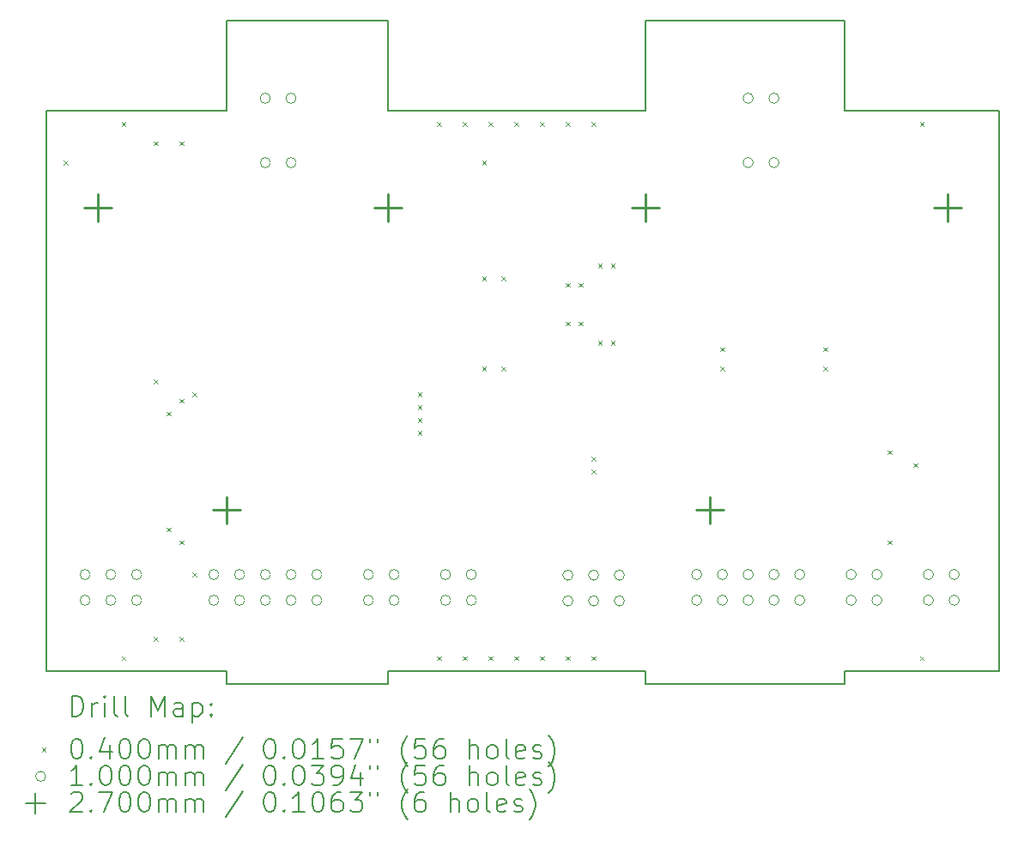
<source format=gbr>
%FSLAX45Y45*%
G04 Gerber Fmt 4.5, Leading zero omitted, Abs format (unit mm)*
G04 Created by KiCad (PCBNEW 6.0.4+dfsg-1+b1) date 2022-04-23 23:39:42*
%MOMM*%
%LPD*%
G01*
G04 APERTURE LIST*
%TA.AperFunction,Profile*%
%ADD10C,0.150000*%
%TD*%
%ADD11C,0.200000*%
%ADD12C,0.040000*%
%ADD13C,0.100000*%
%ADD14C,0.270000*%
G04 APERTURE END LIST*
D10*
X9207500Y-2413000D02*
X11176000Y-2413000D01*
X12700000Y-8826500D02*
X11176000Y-8826500D01*
X11176000Y-8953500D02*
X9207500Y-8953500D01*
X5080000Y-8826500D02*
X3302000Y-8826500D01*
X9207500Y-8826500D02*
X6667500Y-8826500D01*
X6667500Y-8826500D02*
X6667500Y-8953500D01*
X5080000Y-3302000D02*
X5080000Y-2413000D01*
X3302000Y-8826500D02*
X3302000Y-3302000D01*
X3302000Y-3302000D02*
X5080000Y-3302000D01*
X11176000Y-2413000D02*
X11176000Y-3302000D01*
X6667500Y-2413000D02*
X6667500Y-3302000D01*
X9207500Y-3302000D02*
X9207500Y-2413000D01*
X12700000Y-3302000D02*
X12700000Y-8826500D01*
X9207500Y-8953500D02*
X9207500Y-8826500D01*
X5080000Y-8953500D02*
X5080000Y-8826500D01*
X5080000Y-2413000D02*
X6667500Y-2413000D01*
X11176000Y-3302000D02*
X12700000Y-3302000D01*
X6667500Y-3302000D02*
X9207500Y-3302000D01*
X6667500Y-8953500D02*
X5080000Y-8953500D01*
X11176000Y-8826500D02*
X11176000Y-8953500D01*
D11*
D12*
X3472500Y-3790000D02*
X3512500Y-3830000D01*
X3512500Y-3790000D02*
X3472500Y-3830000D01*
X4044000Y-3409000D02*
X4084000Y-3449000D01*
X4084000Y-3409000D02*
X4044000Y-3449000D01*
X4044000Y-8679500D02*
X4084000Y-8719500D01*
X4084000Y-8679500D02*
X4044000Y-8719500D01*
X4361500Y-3599500D02*
X4401500Y-3639500D01*
X4401500Y-3599500D02*
X4361500Y-3639500D01*
X4361500Y-5949000D02*
X4401500Y-5989000D01*
X4401500Y-5949000D02*
X4361500Y-5989000D01*
X4361500Y-8489000D02*
X4401500Y-8529000D01*
X4401500Y-8489000D02*
X4361500Y-8529000D01*
X4488500Y-6266500D02*
X4528500Y-6306500D01*
X4528500Y-6266500D02*
X4488500Y-6306500D01*
X4488500Y-7409500D02*
X4528500Y-7449500D01*
X4528500Y-7409500D02*
X4488500Y-7449500D01*
X4615500Y-3599500D02*
X4655500Y-3639500D01*
X4655500Y-3599500D02*
X4615500Y-3639500D01*
X4615500Y-6139500D02*
X4655500Y-6179500D01*
X4655500Y-6139500D02*
X4615500Y-6179500D01*
X4615500Y-7536500D02*
X4655500Y-7576500D01*
X4655500Y-7536500D02*
X4615500Y-7576500D01*
X4615500Y-8489000D02*
X4655500Y-8529000D01*
X4655500Y-8489000D02*
X4615500Y-8529000D01*
X4742500Y-6076000D02*
X4782500Y-6116000D01*
X4782500Y-6076000D02*
X4742500Y-6116000D01*
X4742500Y-7854000D02*
X4782500Y-7894000D01*
X4782500Y-7854000D02*
X4742500Y-7894000D01*
X6965000Y-6076000D02*
X7005000Y-6116000D01*
X7005000Y-6076000D02*
X6965000Y-6116000D01*
X6965000Y-6203000D02*
X7005000Y-6243000D01*
X7005000Y-6203000D02*
X6965000Y-6243000D01*
X6965000Y-6330000D02*
X7005000Y-6370000D01*
X7005000Y-6330000D02*
X6965000Y-6370000D01*
X6965000Y-6457000D02*
X7005000Y-6497000D01*
X7005000Y-6457000D02*
X6965000Y-6497000D01*
X7155500Y-3409000D02*
X7195500Y-3449000D01*
X7195500Y-3409000D02*
X7155500Y-3449000D01*
X7155500Y-8679500D02*
X7195500Y-8719500D01*
X7195500Y-8679500D02*
X7155500Y-8719500D01*
X7409500Y-3409000D02*
X7449500Y-3449000D01*
X7449500Y-3409000D02*
X7409500Y-3449000D01*
X7409500Y-8679500D02*
X7449500Y-8719500D01*
X7449500Y-8679500D02*
X7409500Y-8719500D01*
X7600000Y-3790000D02*
X7640000Y-3830000D01*
X7640000Y-3790000D02*
X7600000Y-3830000D01*
X7600000Y-4933000D02*
X7640000Y-4973000D01*
X7640000Y-4933000D02*
X7600000Y-4973000D01*
X7600000Y-5822000D02*
X7640000Y-5862000D01*
X7640000Y-5822000D02*
X7600000Y-5862000D01*
X7663500Y-3409000D02*
X7703500Y-3449000D01*
X7703500Y-3409000D02*
X7663500Y-3449000D01*
X7663500Y-8679500D02*
X7703500Y-8719500D01*
X7703500Y-8679500D02*
X7663500Y-8719500D01*
X7790500Y-4933000D02*
X7830500Y-4973000D01*
X7830500Y-4933000D02*
X7790500Y-4973000D01*
X7790500Y-5822000D02*
X7830500Y-5862000D01*
X7830500Y-5822000D02*
X7790500Y-5862000D01*
X7917500Y-3409000D02*
X7957500Y-3449000D01*
X7957500Y-3409000D02*
X7917500Y-3449000D01*
X7917500Y-8679500D02*
X7957500Y-8719500D01*
X7957500Y-8679500D02*
X7917500Y-8719500D01*
X8171500Y-3409000D02*
X8211500Y-3449000D01*
X8211500Y-3409000D02*
X8171500Y-3449000D01*
X8171500Y-8679500D02*
X8211500Y-8719500D01*
X8211500Y-8679500D02*
X8171500Y-8719500D01*
X8425500Y-3409000D02*
X8465500Y-3449000D01*
X8465500Y-3409000D02*
X8425500Y-3449000D01*
X8425500Y-4996500D02*
X8465500Y-5036500D01*
X8465500Y-4996500D02*
X8425500Y-5036500D01*
X8425500Y-5377500D02*
X8465500Y-5417500D01*
X8465500Y-5377500D02*
X8425500Y-5417500D01*
X8425500Y-8679500D02*
X8465500Y-8719500D01*
X8465500Y-8679500D02*
X8425500Y-8719500D01*
X8552500Y-4996500D02*
X8592500Y-5036500D01*
X8592500Y-4996500D02*
X8552500Y-5036500D01*
X8552500Y-5377500D02*
X8592500Y-5417500D01*
X8592500Y-5377500D02*
X8552500Y-5417500D01*
X8679500Y-3409000D02*
X8719500Y-3449000D01*
X8719500Y-3409000D02*
X8679500Y-3449000D01*
X8679500Y-6711000D02*
X8719500Y-6751000D01*
X8719500Y-6711000D02*
X8679500Y-6751000D01*
X8679500Y-6838000D02*
X8719500Y-6878000D01*
X8719500Y-6838000D02*
X8679500Y-6878000D01*
X8679500Y-8679500D02*
X8719500Y-8719500D01*
X8719500Y-8679500D02*
X8679500Y-8719500D01*
X8743000Y-4806000D02*
X8783000Y-4846000D01*
X8783000Y-4806000D02*
X8743000Y-4846000D01*
X8743000Y-5568000D02*
X8783000Y-5608000D01*
X8783000Y-5568000D02*
X8743000Y-5608000D01*
X8870000Y-4806000D02*
X8910000Y-4846000D01*
X8910000Y-4806000D02*
X8870000Y-4846000D01*
X8870000Y-5568000D02*
X8910000Y-5608000D01*
X8910000Y-5568000D02*
X8870000Y-5608000D01*
X9949500Y-5631500D02*
X9989500Y-5671500D01*
X9989500Y-5631500D02*
X9949500Y-5671500D01*
X9949500Y-5822000D02*
X9989500Y-5862000D01*
X9989500Y-5822000D02*
X9949500Y-5862000D01*
X10965500Y-5631500D02*
X11005500Y-5671500D01*
X11005500Y-5631500D02*
X10965500Y-5671500D01*
X10965500Y-5822000D02*
X11005500Y-5862000D01*
X11005500Y-5822000D02*
X10965500Y-5862000D01*
X11600500Y-6647500D02*
X11640500Y-6687500D01*
X11640500Y-6647500D02*
X11600500Y-6687500D01*
X11600500Y-7536500D02*
X11640500Y-7576500D01*
X11640500Y-7536500D02*
X11600500Y-7576500D01*
X11854500Y-6774500D02*
X11894500Y-6814500D01*
X11894500Y-6774500D02*
X11854500Y-6814500D01*
X11918000Y-3409000D02*
X11958000Y-3449000D01*
X11958000Y-3409000D02*
X11918000Y-3449000D01*
X11918000Y-8679500D02*
X11958000Y-8719500D01*
X11958000Y-8679500D02*
X11918000Y-8719500D01*
D13*
X3733000Y-7874000D02*
G75*
G03*
X3733000Y-7874000I-50000J0D01*
G01*
X3733000Y-8128000D02*
G75*
G03*
X3733000Y-8128000I-50000J0D01*
G01*
X3987000Y-7874000D02*
G75*
G03*
X3987000Y-7874000I-50000J0D01*
G01*
X3987000Y-8128000D02*
G75*
G03*
X3987000Y-8128000I-50000J0D01*
G01*
X4241000Y-7874000D02*
G75*
G03*
X4241000Y-7874000I-50000J0D01*
G01*
X4241000Y-8128000D02*
G75*
G03*
X4241000Y-8128000I-50000J0D01*
G01*
X5003000Y-7874000D02*
G75*
G03*
X5003000Y-7874000I-50000J0D01*
G01*
X5003000Y-8128000D02*
G75*
G03*
X5003000Y-8128000I-50000J0D01*
G01*
X5257000Y-7874000D02*
G75*
G03*
X5257000Y-7874000I-50000J0D01*
G01*
X5257000Y-8128000D02*
G75*
G03*
X5257000Y-8128000I-50000J0D01*
G01*
X5510500Y-3175000D02*
G75*
G03*
X5510500Y-3175000I-50000J0D01*
G01*
X5511000Y-3810000D02*
G75*
G03*
X5511000Y-3810000I-50000J0D01*
G01*
X5511000Y-7874000D02*
G75*
G03*
X5511000Y-7874000I-50000J0D01*
G01*
X5511000Y-8128000D02*
G75*
G03*
X5511000Y-8128000I-50000J0D01*
G01*
X5764500Y-3175000D02*
G75*
G03*
X5764500Y-3175000I-50000J0D01*
G01*
X5765000Y-3810000D02*
G75*
G03*
X5765000Y-3810000I-50000J0D01*
G01*
X5765000Y-7874000D02*
G75*
G03*
X5765000Y-7874000I-50000J0D01*
G01*
X5765000Y-8128000D02*
G75*
G03*
X5765000Y-8128000I-50000J0D01*
G01*
X6019000Y-7874000D02*
G75*
G03*
X6019000Y-7874000I-50000J0D01*
G01*
X6019000Y-8128000D02*
G75*
G03*
X6019000Y-8128000I-50000J0D01*
G01*
X6527000Y-7874000D02*
G75*
G03*
X6527000Y-7874000I-50000J0D01*
G01*
X6527000Y-8128000D02*
G75*
G03*
X6527000Y-8128000I-50000J0D01*
G01*
X6781000Y-7874000D02*
G75*
G03*
X6781000Y-7874000I-50000J0D01*
G01*
X6781000Y-8128000D02*
G75*
G03*
X6781000Y-8128000I-50000J0D01*
G01*
X7288500Y-7874000D02*
G75*
G03*
X7288500Y-7874000I-50000J0D01*
G01*
X7289000Y-8128000D02*
G75*
G03*
X7289000Y-8128000I-50000J0D01*
G01*
X7542500Y-7874000D02*
G75*
G03*
X7542500Y-7874000I-50000J0D01*
G01*
X7543000Y-8128000D02*
G75*
G03*
X7543000Y-8128000I-50000J0D01*
G01*
X8495500Y-7880000D02*
G75*
G03*
X8495500Y-7880000I-50000J0D01*
G01*
X8495500Y-8134000D02*
G75*
G03*
X8495500Y-8134000I-50000J0D01*
G01*
X8749500Y-7880000D02*
G75*
G03*
X8749500Y-7880000I-50000J0D01*
G01*
X8749500Y-8134000D02*
G75*
G03*
X8749500Y-8134000I-50000J0D01*
G01*
X9003500Y-7880000D02*
G75*
G03*
X9003500Y-7880000I-50000J0D01*
G01*
X9003500Y-8134000D02*
G75*
G03*
X9003500Y-8134000I-50000J0D01*
G01*
X9765500Y-7874000D02*
G75*
G03*
X9765500Y-7874000I-50000J0D01*
G01*
X9765500Y-8128000D02*
G75*
G03*
X9765500Y-8128000I-50000J0D01*
G01*
X10019500Y-7874000D02*
G75*
G03*
X10019500Y-7874000I-50000J0D01*
G01*
X10019500Y-8128000D02*
G75*
G03*
X10019500Y-8128000I-50000J0D01*
G01*
X10273000Y-3810000D02*
G75*
G03*
X10273000Y-3810000I-50000J0D01*
G01*
X10273500Y-3175000D02*
G75*
G03*
X10273500Y-3175000I-50000J0D01*
G01*
X10273500Y-7874000D02*
G75*
G03*
X10273500Y-7874000I-50000J0D01*
G01*
X10273500Y-8128000D02*
G75*
G03*
X10273500Y-8128000I-50000J0D01*
G01*
X10527000Y-3810000D02*
G75*
G03*
X10527000Y-3810000I-50000J0D01*
G01*
X10527500Y-3175000D02*
G75*
G03*
X10527500Y-3175000I-50000J0D01*
G01*
X10527500Y-7874000D02*
G75*
G03*
X10527500Y-7874000I-50000J0D01*
G01*
X10527500Y-8128000D02*
G75*
G03*
X10527500Y-8128000I-50000J0D01*
G01*
X10781500Y-7874000D02*
G75*
G03*
X10781500Y-7874000I-50000J0D01*
G01*
X10781500Y-8128000D02*
G75*
G03*
X10781500Y-8128000I-50000J0D01*
G01*
X11289000Y-7874000D02*
G75*
G03*
X11289000Y-7874000I-50000J0D01*
G01*
X11289000Y-8128000D02*
G75*
G03*
X11289000Y-8128000I-50000J0D01*
G01*
X11543000Y-7874000D02*
G75*
G03*
X11543000Y-7874000I-50000J0D01*
G01*
X11543000Y-8128000D02*
G75*
G03*
X11543000Y-8128000I-50000J0D01*
G01*
X12051000Y-7874000D02*
G75*
G03*
X12051000Y-7874000I-50000J0D01*
G01*
X12051000Y-8128000D02*
G75*
G03*
X12051000Y-8128000I-50000J0D01*
G01*
X12305000Y-7874000D02*
G75*
G03*
X12305000Y-7874000I-50000J0D01*
G01*
X12305000Y-8128000D02*
G75*
G03*
X12305000Y-8128000I-50000J0D01*
G01*
D14*
X3810000Y-4119500D02*
X3810000Y-4389500D01*
X3675000Y-4254500D02*
X3945000Y-4254500D01*
X5080000Y-7104000D02*
X5080000Y-7374000D01*
X4945000Y-7239000D02*
X5215000Y-7239000D01*
X6667500Y-4119500D02*
X6667500Y-4389500D01*
X6532500Y-4254500D02*
X6802500Y-4254500D01*
X9207500Y-4119500D02*
X9207500Y-4389500D01*
X9072500Y-4254500D02*
X9342500Y-4254500D01*
X9842500Y-7104000D02*
X9842500Y-7374000D01*
X9707500Y-7239000D02*
X9977500Y-7239000D01*
X12192000Y-4119500D02*
X12192000Y-4389500D01*
X12057000Y-4254500D02*
X12327000Y-4254500D01*
D11*
X3552119Y-9271476D02*
X3552119Y-9071476D01*
X3599738Y-9071476D01*
X3628309Y-9081000D01*
X3647357Y-9100048D01*
X3656881Y-9119095D01*
X3666405Y-9157190D01*
X3666405Y-9185762D01*
X3656881Y-9223857D01*
X3647357Y-9242905D01*
X3628309Y-9261952D01*
X3599738Y-9271476D01*
X3552119Y-9271476D01*
X3752119Y-9271476D02*
X3752119Y-9138143D01*
X3752119Y-9176238D02*
X3761643Y-9157190D01*
X3771167Y-9147667D01*
X3790214Y-9138143D01*
X3809262Y-9138143D01*
X3875928Y-9271476D02*
X3875928Y-9138143D01*
X3875928Y-9071476D02*
X3866405Y-9081000D01*
X3875928Y-9090524D01*
X3885452Y-9081000D01*
X3875928Y-9071476D01*
X3875928Y-9090524D01*
X3999738Y-9271476D02*
X3980690Y-9261952D01*
X3971167Y-9242905D01*
X3971167Y-9071476D01*
X4104500Y-9271476D02*
X4085452Y-9261952D01*
X4075928Y-9242905D01*
X4075928Y-9071476D01*
X4333071Y-9271476D02*
X4333071Y-9071476D01*
X4399738Y-9214333D01*
X4466405Y-9071476D01*
X4466405Y-9271476D01*
X4647357Y-9271476D02*
X4647357Y-9166714D01*
X4637833Y-9147667D01*
X4618786Y-9138143D01*
X4580690Y-9138143D01*
X4561643Y-9147667D01*
X4647357Y-9261952D02*
X4628310Y-9271476D01*
X4580690Y-9271476D01*
X4561643Y-9261952D01*
X4552119Y-9242905D01*
X4552119Y-9223857D01*
X4561643Y-9204810D01*
X4580690Y-9195286D01*
X4628310Y-9195286D01*
X4647357Y-9185762D01*
X4742595Y-9138143D02*
X4742595Y-9338143D01*
X4742595Y-9147667D02*
X4761643Y-9138143D01*
X4799738Y-9138143D01*
X4818786Y-9147667D01*
X4828310Y-9157190D01*
X4837833Y-9176238D01*
X4837833Y-9233381D01*
X4828310Y-9252429D01*
X4818786Y-9261952D01*
X4799738Y-9271476D01*
X4761643Y-9271476D01*
X4742595Y-9261952D01*
X4923548Y-9252429D02*
X4933071Y-9261952D01*
X4923548Y-9271476D01*
X4914024Y-9261952D01*
X4923548Y-9252429D01*
X4923548Y-9271476D01*
X4923548Y-9147667D02*
X4933071Y-9157190D01*
X4923548Y-9166714D01*
X4914024Y-9157190D01*
X4923548Y-9147667D01*
X4923548Y-9166714D01*
D12*
X3254500Y-9581000D02*
X3294500Y-9621000D01*
X3294500Y-9581000D02*
X3254500Y-9621000D01*
D11*
X3590214Y-9491476D02*
X3609262Y-9491476D01*
X3628309Y-9501000D01*
X3637833Y-9510524D01*
X3647357Y-9529571D01*
X3656881Y-9567667D01*
X3656881Y-9615286D01*
X3647357Y-9653381D01*
X3637833Y-9672429D01*
X3628309Y-9681952D01*
X3609262Y-9691476D01*
X3590214Y-9691476D01*
X3571167Y-9681952D01*
X3561643Y-9672429D01*
X3552119Y-9653381D01*
X3542595Y-9615286D01*
X3542595Y-9567667D01*
X3552119Y-9529571D01*
X3561643Y-9510524D01*
X3571167Y-9501000D01*
X3590214Y-9491476D01*
X3742595Y-9672429D02*
X3752119Y-9681952D01*
X3742595Y-9691476D01*
X3733071Y-9681952D01*
X3742595Y-9672429D01*
X3742595Y-9691476D01*
X3923548Y-9558143D02*
X3923548Y-9691476D01*
X3875928Y-9481952D02*
X3828309Y-9624810D01*
X3952119Y-9624810D01*
X4066405Y-9491476D02*
X4085452Y-9491476D01*
X4104500Y-9501000D01*
X4114024Y-9510524D01*
X4123548Y-9529571D01*
X4133071Y-9567667D01*
X4133071Y-9615286D01*
X4123548Y-9653381D01*
X4114024Y-9672429D01*
X4104500Y-9681952D01*
X4085452Y-9691476D01*
X4066405Y-9691476D01*
X4047357Y-9681952D01*
X4037833Y-9672429D01*
X4028309Y-9653381D01*
X4018786Y-9615286D01*
X4018786Y-9567667D01*
X4028309Y-9529571D01*
X4037833Y-9510524D01*
X4047357Y-9501000D01*
X4066405Y-9491476D01*
X4256881Y-9491476D02*
X4275929Y-9491476D01*
X4294976Y-9501000D01*
X4304500Y-9510524D01*
X4314024Y-9529571D01*
X4323548Y-9567667D01*
X4323548Y-9615286D01*
X4314024Y-9653381D01*
X4304500Y-9672429D01*
X4294976Y-9681952D01*
X4275929Y-9691476D01*
X4256881Y-9691476D01*
X4237833Y-9681952D01*
X4228310Y-9672429D01*
X4218786Y-9653381D01*
X4209262Y-9615286D01*
X4209262Y-9567667D01*
X4218786Y-9529571D01*
X4228310Y-9510524D01*
X4237833Y-9501000D01*
X4256881Y-9491476D01*
X4409262Y-9691476D02*
X4409262Y-9558143D01*
X4409262Y-9577190D02*
X4418786Y-9567667D01*
X4437833Y-9558143D01*
X4466405Y-9558143D01*
X4485452Y-9567667D01*
X4494976Y-9586714D01*
X4494976Y-9691476D01*
X4494976Y-9586714D02*
X4504500Y-9567667D01*
X4523548Y-9558143D01*
X4552119Y-9558143D01*
X4571167Y-9567667D01*
X4580690Y-9586714D01*
X4580690Y-9691476D01*
X4675929Y-9691476D02*
X4675929Y-9558143D01*
X4675929Y-9577190D02*
X4685452Y-9567667D01*
X4704500Y-9558143D01*
X4733071Y-9558143D01*
X4752119Y-9567667D01*
X4761643Y-9586714D01*
X4761643Y-9691476D01*
X4761643Y-9586714D02*
X4771167Y-9567667D01*
X4790214Y-9558143D01*
X4818786Y-9558143D01*
X4837833Y-9567667D01*
X4847357Y-9586714D01*
X4847357Y-9691476D01*
X5237833Y-9481952D02*
X5066405Y-9739095D01*
X5494976Y-9491476D02*
X5514024Y-9491476D01*
X5533071Y-9501000D01*
X5542595Y-9510524D01*
X5552119Y-9529571D01*
X5561643Y-9567667D01*
X5561643Y-9615286D01*
X5552119Y-9653381D01*
X5542595Y-9672429D01*
X5533071Y-9681952D01*
X5514024Y-9691476D01*
X5494976Y-9691476D01*
X5475929Y-9681952D01*
X5466405Y-9672429D01*
X5456881Y-9653381D01*
X5447357Y-9615286D01*
X5447357Y-9567667D01*
X5456881Y-9529571D01*
X5466405Y-9510524D01*
X5475929Y-9501000D01*
X5494976Y-9491476D01*
X5647357Y-9672429D02*
X5656881Y-9681952D01*
X5647357Y-9691476D01*
X5637833Y-9681952D01*
X5647357Y-9672429D01*
X5647357Y-9691476D01*
X5780690Y-9491476D02*
X5799738Y-9491476D01*
X5818786Y-9501000D01*
X5828309Y-9510524D01*
X5837833Y-9529571D01*
X5847357Y-9567667D01*
X5847357Y-9615286D01*
X5837833Y-9653381D01*
X5828309Y-9672429D01*
X5818786Y-9681952D01*
X5799738Y-9691476D01*
X5780690Y-9691476D01*
X5761643Y-9681952D01*
X5752119Y-9672429D01*
X5742595Y-9653381D01*
X5733071Y-9615286D01*
X5733071Y-9567667D01*
X5742595Y-9529571D01*
X5752119Y-9510524D01*
X5761643Y-9501000D01*
X5780690Y-9491476D01*
X6037833Y-9691476D02*
X5923548Y-9691476D01*
X5980690Y-9691476D02*
X5980690Y-9491476D01*
X5961643Y-9520048D01*
X5942595Y-9539095D01*
X5923548Y-9548619D01*
X6218786Y-9491476D02*
X6123548Y-9491476D01*
X6114024Y-9586714D01*
X6123548Y-9577190D01*
X6142595Y-9567667D01*
X6190214Y-9567667D01*
X6209262Y-9577190D01*
X6218786Y-9586714D01*
X6228309Y-9605762D01*
X6228309Y-9653381D01*
X6218786Y-9672429D01*
X6209262Y-9681952D01*
X6190214Y-9691476D01*
X6142595Y-9691476D01*
X6123548Y-9681952D01*
X6114024Y-9672429D01*
X6294976Y-9491476D02*
X6428309Y-9491476D01*
X6342595Y-9691476D01*
X6494976Y-9491476D02*
X6494976Y-9529571D01*
X6571167Y-9491476D02*
X6571167Y-9529571D01*
X6866405Y-9767667D02*
X6856881Y-9758143D01*
X6837833Y-9729571D01*
X6828309Y-9710524D01*
X6818786Y-9681952D01*
X6809262Y-9634333D01*
X6809262Y-9596238D01*
X6818786Y-9548619D01*
X6828309Y-9520048D01*
X6837833Y-9501000D01*
X6856881Y-9472429D01*
X6866405Y-9462905D01*
X7037833Y-9491476D02*
X6942595Y-9491476D01*
X6933071Y-9586714D01*
X6942595Y-9577190D01*
X6961643Y-9567667D01*
X7009262Y-9567667D01*
X7028309Y-9577190D01*
X7037833Y-9586714D01*
X7047357Y-9605762D01*
X7047357Y-9653381D01*
X7037833Y-9672429D01*
X7028309Y-9681952D01*
X7009262Y-9691476D01*
X6961643Y-9691476D01*
X6942595Y-9681952D01*
X6933071Y-9672429D01*
X7218786Y-9491476D02*
X7180690Y-9491476D01*
X7161643Y-9501000D01*
X7152119Y-9510524D01*
X7133071Y-9539095D01*
X7123548Y-9577190D01*
X7123548Y-9653381D01*
X7133071Y-9672429D01*
X7142595Y-9681952D01*
X7161643Y-9691476D01*
X7199738Y-9691476D01*
X7218786Y-9681952D01*
X7228309Y-9672429D01*
X7237833Y-9653381D01*
X7237833Y-9605762D01*
X7228309Y-9586714D01*
X7218786Y-9577190D01*
X7199738Y-9567667D01*
X7161643Y-9567667D01*
X7142595Y-9577190D01*
X7133071Y-9586714D01*
X7123548Y-9605762D01*
X7475928Y-9691476D02*
X7475928Y-9491476D01*
X7561643Y-9691476D02*
X7561643Y-9586714D01*
X7552119Y-9567667D01*
X7533071Y-9558143D01*
X7504500Y-9558143D01*
X7485452Y-9567667D01*
X7475928Y-9577190D01*
X7685452Y-9691476D02*
X7666405Y-9681952D01*
X7656881Y-9672429D01*
X7647357Y-9653381D01*
X7647357Y-9596238D01*
X7656881Y-9577190D01*
X7666405Y-9567667D01*
X7685452Y-9558143D01*
X7714024Y-9558143D01*
X7733071Y-9567667D01*
X7742595Y-9577190D01*
X7752119Y-9596238D01*
X7752119Y-9653381D01*
X7742595Y-9672429D01*
X7733071Y-9681952D01*
X7714024Y-9691476D01*
X7685452Y-9691476D01*
X7866405Y-9691476D02*
X7847357Y-9681952D01*
X7837833Y-9662905D01*
X7837833Y-9491476D01*
X8018786Y-9681952D02*
X7999738Y-9691476D01*
X7961643Y-9691476D01*
X7942595Y-9681952D01*
X7933071Y-9662905D01*
X7933071Y-9586714D01*
X7942595Y-9567667D01*
X7961643Y-9558143D01*
X7999738Y-9558143D01*
X8018786Y-9567667D01*
X8028309Y-9586714D01*
X8028309Y-9605762D01*
X7933071Y-9624810D01*
X8104500Y-9681952D02*
X8123548Y-9691476D01*
X8161643Y-9691476D01*
X8180690Y-9681952D01*
X8190214Y-9662905D01*
X8190214Y-9653381D01*
X8180690Y-9634333D01*
X8161643Y-9624810D01*
X8133071Y-9624810D01*
X8114024Y-9615286D01*
X8104500Y-9596238D01*
X8104500Y-9586714D01*
X8114024Y-9567667D01*
X8133071Y-9558143D01*
X8161643Y-9558143D01*
X8180690Y-9567667D01*
X8256881Y-9767667D02*
X8266405Y-9758143D01*
X8285452Y-9729571D01*
X8294976Y-9710524D01*
X8304500Y-9681952D01*
X8314024Y-9634333D01*
X8314024Y-9596238D01*
X8304500Y-9548619D01*
X8294976Y-9520048D01*
X8285452Y-9501000D01*
X8266405Y-9472429D01*
X8256881Y-9462905D01*
D13*
X3294500Y-9865000D02*
G75*
G03*
X3294500Y-9865000I-50000J0D01*
G01*
D11*
X3656881Y-9955476D02*
X3542595Y-9955476D01*
X3599738Y-9955476D02*
X3599738Y-9755476D01*
X3580690Y-9784048D01*
X3561643Y-9803095D01*
X3542595Y-9812619D01*
X3742595Y-9936429D02*
X3752119Y-9945952D01*
X3742595Y-9955476D01*
X3733071Y-9945952D01*
X3742595Y-9936429D01*
X3742595Y-9955476D01*
X3875928Y-9755476D02*
X3894976Y-9755476D01*
X3914024Y-9765000D01*
X3923548Y-9774524D01*
X3933071Y-9793571D01*
X3942595Y-9831667D01*
X3942595Y-9879286D01*
X3933071Y-9917381D01*
X3923548Y-9936429D01*
X3914024Y-9945952D01*
X3894976Y-9955476D01*
X3875928Y-9955476D01*
X3856881Y-9945952D01*
X3847357Y-9936429D01*
X3837833Y-9917381D01*
X3828309Y-9879286D01*
X3828309Y-9831667D01*
X3837833Y-9793571D01*
X3847357Y-9774524D01*
X3856881Y-9765000D01*
X3875928Y-9755476D01*
X4066405Y-9755476D02*
X4085452Y-9755476D01*
X4104500Y-9765000D01*
X4114024Y-9774524D01*
X4123548Y-9793571D01*
X4133071Y-9831667D01*
X4133071Y-9879286D01*
X4123548Y-9917381D01*
X4114024Y-9936429D01*
X4104500Y-9945952D01*
X4085452Y-9955476D01*
X4066405Y-9955476D01*
X4047357Y-9945952D01*
X4037833Y-9936429D01*
X4028309Y-9917381D01*
X4018786Y-9879286D01*
X4018786Y-9831667D01*
X4028309Y-9793571D01*
X4037833Y-9774524D01*
X4047357Y-9765000D01*
X4066405Y-9755476D01*
X4256881Y-9755476D02*
X4275929Y-9755476D01*
X4294976Y-9765000D01*
X4304500Y-9774524D01*
X4314024Y-9793571D01*
X4323548Y-9831667D01*
X4323548Y-9879286D01*
X4314024Y-9917381D01*
X4304500Y-9936429D01*
X4294976Y-9945952D01*
X4275929Y-9955476D01*
X4256881Y-9955476D01*
X4237833Y-9945952D01*
X4228310Y-9936429D01*
X4218786Y-9917381D01*
X4209262Y-9879286D01*
X4209262Y-9831667D01*
X4218786Y-9793571D01*
X4228310Y-9774524D01*
X4237833Y-9765000D01*
X4256881Y-9755476D01*
X4409262Y-9955476D02*
X4409262Y-9822143D01*
X4409262Y-9841190D02*
X4418786Y-9831667D01*
X4437833Y-9822143D01*
X4466405Y-9822143D01*
X4485452Y-9831667D01*
X4494976Y-9850714D01*
X4494976Y-9955476D01*
X4494976Y-9850714D02*
X4504500Y-9831667D01*
X4523548Y-9822143D01*
X4552119Y-9822143D01*
X4571167Y-9831667D01*
X4580690Y-9850714D01*
X4580690Y-9955476D01*
X4675929Y-9955476D02*
X4675929Y-9822143D01*
X4675929Y-9841190D02*
X4685452Y-9831667D01*
X4704500Y-9822143D01*
X4733071Y-9822143D01*
X4752119Y-9831667D01*
X4761643Y-9850714D01*
X4761643Y-9955476D01*
X4761643Y-9850714D02*
X4771167Y-9831667D01*
X4790214Y-9822143D01*
X4818786Y-9822143D01*
X4837833Y-9831667D01*
X4847357Y-9850714D01*
X4847357Y-9955476D01*
X5237833Y-9745952D02*
X5066405Y-10003095D01*
X5494976Y-9755476D02*
X5514024Y-9755476D01*
X5533071Y-9765000D01*
X5542595Y-9774524D01*
X5552119Y-9793571D01*
X5561643Y-9831667D01*
X5561643Y-9879286D01*
X5552119Y-9917381D01*
X5542595Y-9936429D01*
X5533071Y-9945952D01*
X5514024Y-9955476D01*
X5494976Y-9955476D01*
X5475929Y-9945952D01*
X5466405Y-9936429D01*
X5456881Y-9917381D01*
X5447357Y-9879286D01*
X5447357Y-9831667D01*
X5456881Y-9793571D01*
X5466405Y-9774524D01*
X5475929Y-9765000D01*
X5494976Y-9755476D01*
X5647357Y-9936429D02*
X5656881Y-9945952D01*
X5647357Y-9955476D01*
X5637833Y-9945952D01*
X5647357Y-9936429D01*
X5647357Y-9955476D01*
X5780690Y-9755476D02*
X5799738Y-9755476D01*
X5818786Y-9765000D01*
X5828309Y-9774524D01*
X5837833Y-9793571D01*
X5847357Y-9831667D01*
X5847357Y-9879286D01*
X5837833Y-9917381D01*
X5828309Y-9936429D01*
X5818786Y-9945952D01*
X5799738Y-9955476D01*
X5780690Y-9955476D01*
X5761643Y-9945952D01*
X5752119Y-9936429D01*
X5742595Y-9917381D01*
X5733071Y-9879286D01*
X5733071Y-9831667D01*
X5742595Y-9793571D01*
X5752119Y-9774524D01*
X5761643Y-9765000D01*
X5780690Y-9755476D01*
X5914024Y-9755476D02*
X6037833Y-9755476D01*
X5971167Y-9831667D01*
X5999738Y-9831667D01*
X6018786Y-9841190D01*
X6028309Y-9850714D01*
X6037833Y-9869762D01*
X6037833Y-9917381D01*
X6028309Y-9936429D01*
X6018786Y-9945952D01*
X5999738Y-9955476D01*
X5942595Y-9955476D01*
X5923548Y-9945952D01*
X5914024Y-9936429D01*
X6133071Y-9955476D02*
X6171167Y-9955476D01*
X6190214Y-9945952D01*
X6199738Y-9936429D01*
X6218786Y-9907857D01*
X6228309Y-9869762D01*
X6228309Y-9793571D01*
X6218786Y-9774524D01*
X6209262Y-9765000D01*
X6190214Y-9755476D01*
X6152119Y-9755476D01*
X6133071Y-9765000D01*
X6123548Y-9774524D01*
X6114024Y-9793571D01*
X6114024Y-9841190D01*
X6123548Y-9860238D01*
X6133071Y-9869762D01*
X6152119Y-9879286D01*
X6190214Y-9879286D01*
X6209262Y-9869762D01*
X6218786Y-9860238D01*
X6228309Y-9841190D01*
X6399738Y-9822143D02*
X6399738Y-9955476D01*
X6352119Y-9745952D02*
X6304500Y-9888810D01*
X6428309Y-9888810D01*
X6494976Y-9755476D02*
X6494976Y-9793571D01*
X6571167Y-9755476D02*
X6571167Y-9793571D01*
X6866405Y-10031667D02*
X6856881Y-10022143D01*
X6837833Y-9993571D01*
X6828309Y-9974524D01*
X6818786Y-9945952D01*
X6809262Y-9898333D01*
X6809262Y-9860238D01*
X6818786Y-9812619D01*
X6828309Y-9784048D01*
X6837833Y-9765000D01*
X6856881Y-9736429D01*
X6866405Y-9726905D01*
X7037833Y-9755476D02*
X6942595Y-9755476D01*
X6933071Y-9850714D01*
X6942595Y-9841190D01*
X6961643Y-9831667D01*
X7009262Y-9831667D01*
X7028309Y-9841190D01*
X7037833Y-9850714D01*
X7047357Y-9869762D01*
X7047357Y-9917381D01*
X7037833Y-9936429D01*
X7028309Y-9945952D01*
X7009262Y-9955476D01*
X6961643Y-9955476D01*
X6942595Y-9945952D01*
X6933071Y-9936429D01*
X7218786Y-9755476D02*
X7180690Y-9755476D01*
X7161643Y-9765000D01*
X7152119Y-9774524D01*
X7133071Y-9803095D01*
X7123548Y-9841190D01*
X7123548Y-9917381D01*
X7133071Y-9936429D01*
X7142595Y-9945952D01*
X7161643Y-9955476D01*
X7199738Y-9955476D01*
X7218786Y-9945952D01*
X7228309Y-9936429D01*
X7237833Y-9917381D01*
X7237833Y-9869762D01*
X7228309Y-9850714D01*
X7218786Y-9841190D01*
X7199738Y-9831667D01*
X7161643Y-9831667D01*
X7142595Y-9841190D01*
X7133071Y-9850714D01*
X7123548Y-9869762D01*
X7475928Y-9955476D02*
X7475928Y-9755476D01*
X7561643Y-9955476D02*
X7561643Y-9850714D01*
X7552119Y-9831667D01*
X7533071Y-9822143D01*
X7504500Y-9822143D01*
X7485452Y-9831667D01*
X7475928Y-9841190D01*
X7685452Y-9955476D02*
X7666405Y-9945952D01*
X7656881Y-9936429D01*
X7647357Y-9917381D01*
X7647357Y-9860238D01*
X7656881Y-9841190D01*
X7666405Y-9831667D01*
X7685452Y-9822143D01*
X7714024Y-9822143D01*
X7733071Y-9831667D01*
X7742595Y-9841190D01*
X7752119Y-9860238D01*
X7752119Y-9917381D01*
X7742595Y-9936429D01*
X7733071Y-9945952D01*
X7714024Y-9955476D01*
X7685452Y-9955476D01*
X7866405Y-9955476D02*
X7847357Y-9945952D01*
X7837833Y-9926905D01*
X7837833Y-9755476D01*
X8018786Y-9945952D02*
X7999738Y-9955476D01*
X7961643Y-9955476D01*
X7942595Y-9945952D01*
X7933071Y-9926905D01*
X7933071Y-9850714D01*
X7942595Y-9831667D01*
X7961643Y-9822143D01*
X7999738Y-9822143D01*
X8018786Y-9831667D01*
X8028309Y-9850714D01*
X8028309Y-9869762D01*
X7933071Y-9888810D01*
X8104500Y-9945952D02*
X8123548Y-9955476D01*
X8161643Y-9955476D01*
X8180690Y-9945952D01*
X8190214Y-9926905D01*
X8190214Y-9917381D01*
X8180690Y-9898333D01*
X8161643Y-9888810D01*
X8133071Y-9888810D01*
X8114024Y-9879286D01*
X8104500Y-9860238D01*
X8104500Y-9850714D01*
X8114024Y-9831667D01*
X8133071Y-9822143D01*
X8161643Y-9822143D01*
X8180690Y-9831667D01*
X8256881Y-10031667D02*
X8266405Y-10022143D01*
X8285452Y-9993571D01*
X8294976Y-9974524D01*
X8304500Y-9945952D01*
X8314024Y-9898333D01*
X8314024Y-9860238D01*
X8304500Y-9812619D01*
X8294976Y-9784048D01*
X8285452Y-9765000D01*
X8266405Y-9736429D01*
X8256881Y-9726905D01*
X3194500Y-10029000D02*
X3194500Y-10229000D01*
X3094500Y-10129000D02*
X3294500Y-10129000D01*
X3542595Y-10038524D02*
X3552119Y-10029000D01*
X3571167Y-10019476D01*
X3618786Y-10019476D01*
X3637833Y-10029000D01*
X3647357Y-10038524D01*
X3656881Y-10057571D01*
X3656881Y-10076619D01*
X3647357Y-10105190D01*
X3533071Y-10219476D01*
X3656881Y-10219476D01*
X3742595Y-10200429D02*
X3752119Y-10209952D01*
X3742595Y-10219476D01*
X3733071Y-10209952D01*
X3742595Y-10200429D01*
X3742595Y-10219476D01*
X3818786Y-10019476D02*
X3952119Y-10019476D01*
X3866405Y-10219476D01*
X4066405Y-10019476D02*
X4085452Y-10019476D01*
X4104500Y-10029000D01*
X4114024Y-10038524D01*
X4123548Y-10057571D01*
X4133071Y-10095667D01*
X4133071Y-10143286D01*
X4123548Y-10181381D01*
X4114024Y-10200429D01*
X4104500Y-10209952D01*
X4085452Y-10219476D01*
X4066405Y-10219476D01*
X4047357Y-10209952D01*
X4037833Y-10200429D01*
X4028309Y-10181381D01*
X4018786Y-10143286D01*
X4018786Y-10095667D01*
X4028309Y-10057571D01*
X4037833Y-10038524D01*
X4047357Y-10029000D01*
X4066405Y-10019476D01*
X4256881Y-10019476D02*
X4275929Y-10019476D01*
X4294976Y-10029000D01*
X4304500Y-10038524D01*
X4314024Y-10057571D01*
X4323548Y-10095667D01*
X4323548Y-10143286D01*
X4314024Y-10181381D01*
X4304500Y-10200429D01*
X4294976Y-10209952D01*
X4275929Y-10219476D01*
X4256881Y-10219476D01*
X4237833Y-10209952D01*
X4228310Y-10200429D01*
X4218786Y-10181381D01*
X4209262Y-10143286D01*
X4209262Y-10095667D01*
X4218786Y-10057571D01*
X4228310Y-10038524D01*
X4237833Y-10029000D01*
X4256881Y-10019476D01*
X4409262Y-10219476D02*
X4409262Y-10086143D01*
X4409262Y-10105190D02*
X4418786Y-10095667D01*
X4437833Y-10086143D01*
X4466405Y-10086143D01*
X4485452Y-10095667D01*
X4494976Y-10114714D01*
X4494976Y-10219476D01*
X4494976Y-10114714D02*
X4504500Y-10095667D01*
X4523548Y-10086143D01*
X4552119Y-10086143D01*
X4571167Y-10095667D01*
X4580690Y-10114714D01*
X4580690Y-10219476D01*
X4675929Y-10219476D02*
X4675929Y-10086143D01*
X4675929Y-10105190D02*
X4685452Y-10095667D01*
X4704500Y-10086143D01*
X4733071Y-10086143D01*
X4752119Y-10095667D01*
X4761643Y-10114714D01*
X4761643Y-10219476D01*
X4761643Y-10114714D02*
X4771167Y-10095667D01*
X4790214Y-10086143D01*
X4818786Y-10086143D01*
X4837833Y-10095667D01*
X4847357Y-10114714D01*
X4847357Y-10219476D01*
X5237833Y-10009952D02*
X5066405Y-10267095D01*
X5494976Y-10019476D02*
X5514024Y-10019476D01*
X5533071Y-10029000D01*
X5542595Y-10038524D01*
X5552119Y-10057571D01*
X5561643Y-10095667D01*
X5561643Y-10143286D01*
X5552119Y-10181381D01*
X5542595Y-10200429D01*
X5533071Y-10209952D01*
X5514024Y-10219476D01*
X5494976Y-10219476D01*
X5475929Y-10209952D01*
X5466405Y-10200429D01*
X5456881Y-10181381D01*
X5447357Y-10143286D01*
X5447357Y-10095667D01*
X5456881Y-10057571D01*
X5466405Y-10038524D01*
X5475929Y-10029000D01*
X5494976Y-10019476D01*
X5647357Y-10200429D02*
X5656881Y-10209952D01*
X5647357Y-10219476D01*
X5637833Y-10209952D01*
X5647357Y-10200429D01*
X5647357Y-10219476D01*
X5847357Y-10219476D02*
X5733071Y-10219476D01*
X5790214Y-10219476D02*
X5790214Y-10019476D01*
X5771167Y-10048048D01*
X5752119Y-10067095D01*
X5733071Y-10076619D01*
X5971167Y-10019476D02*
X5990214Y-10019476D01*
X6009262Y-10029000D01*
X6018786Y-10038524D01*
X6028309Y-10057571D01*
X6037833Y-10095667D01*
X6037833Y-10143286D01*
X6028309Y-10181381D01*
X6018786Y-10200429D01*
X6009262Y-10209952D01*
X5990214Y-10219476D01*
X5971167Y-10219476D01*
X5952119Y-10209952D01*
X5942595Y-10200429D01*
X5933071Y-10181381D01*
X5923548Y-10143286D01*
X5923548Y-10095667D01*
X5933071Y-10057571D01*
X5942595Y-10038524D01*
X5952119Y-10029000D01*
X5971167Y-10019476D01*
X6209262Y-10019476D02*
X6171167Y-10019476D01*
X6152119Y-10029000D01*
X6142595Y-10038524D01*
X6123548Y-10067095D01*
X6114024Y-10105190D01*
X6114024Y-10181381D01*
X6123548Y-10200429D01*
X6133071Y-10209952D01*
X6152119Y-10219476D01*
X6190214Y-10219476D01*
X6209262Y-10209952D01*
X6218786Y-10200429D01*
X6228309Y-10181381D01*
X6228309Y-10133762D01*
X6218786Y-10114714D01*
X6209262Y-10105190D01*
X6190214Y-10095667D01*
X6152119Y-10095667D01*
X6133071Y-10105190D01*
X6123548Y-10114714D01*
X6114024Y-10133762D01*
X6294976Y-10019476D02*
X6418786Y-10019476D01*
X6352119Y-10095667D01*
X6380690Y-10095667D01*
X6399738Y-10105190D01*
X6409262Y-10114714D01*
X6418786Y-10133762D01*
X6418786Y-10181381D01*
X6409262Y-10200429D01*
X6399738Y-10209952D01*
X6380690Y-10219476D01*
X6323548Y-10219476D01*
X6304500Y-10209952D01*
X6294976Y-10200429D01*
X6494976Y-10019476D02*
X6494976Y-10057571D01*
X6571167Y-10019476D02*
X6571167Y-10057571D01*
X6866405Y-10295667D02*
X6856881Y-10286143D01*
X6837833Y-10257571D01*
X6828309Y-10238524D01*
X6818786Y-10209952D01*
X6809262Y-10162333D01*
X6809262Y-10124238D01*
X6818786Y-10076619D01*
X6828309Y-10048048D01*
X6837833Y-10029000D01*
X6856881Y-10000429D01*
X6866405Y-9990905D01*
X7028309Y-10019476D02*
X6990214Y-10019476D01*
X6971167Y-10029000D01*
X6961643Y-10038524D01*
X6942595Y-10067095D01*
X6933071Y-10105190D01*
X6933071Y-10181381D01*
X6942595Y-10200429D01*
X6952119Y-10209952D01*
X6971167Y-10219476D01*
X7009262Y-10219476D01*
X7028309Y-10209952D01*
X7037833Y-10200429D01*
X7047357Y-10181381D01*
X7047357Y-10133762D01*
X7037833Y-10114714D01*
X7028309Y-10105190D01*
X7009262Y-10095667D01*
X6971167Y-10095667D01*
X6952119Y-10105190D01*
X6942595Y-10114714D01*
X6933071Y-10133762D01*
X7285452Y-10219476D02*
X7285452Y-10019476D01*
X7371167Y-10219476D02*
X7371167Y-10114714D01*
X7361643Y-10095667D01*
X7342595Y-10086143D01*
X7314024Y-10086143D01*
X7294976Y-10095667D01*
X7285452Y-10105190D01*
X7494976Y-10219476D02*
X7475928Y-10209952D01*
X7466405Y-10200429D01*
X7456881Y-10181381D01*
X7456881Y-10124238D01*
X7466405Y-10105190D01*
X7475928Y-10095667D01*
X7494976Y-10086143D01*
X7523548Y-10086143D01*
X7542595Y-10095667D01*
X7552119Y-10105190D01*
X7561643Y-10124238D01*
X7561643Y-10181381D01*
X7552119Y-10200429D01*
X7542595Y-10209952D01*
X7523548Y-10219476D01*
X7494976Y-10219476D01*
X7675928Y-10219476D02*
X7656881Y-10209952D01*
X7647357Y-10190905D01*
X7647357Y-10019476D01*
X7828309Y-10209952D02*
X7809262Y-10219476D01*
X7771167Y-10219476D01*
X7752119Y-10209952D01*
X7742595Y-10190905D01*
X7742595Y-10114714D01*
X7752119Y-10095667D01*
X7771167Y-10086143D01*
X7809262Y-10086143D01*
X7828309Y-10095667D01*
X7837833Y-10114714D01*
X7837833Y-10133762D01*
X7742595Y-10152810D01*
X7914024Y-10209952D02*
X7933071Y-10219476D01*
X7971167Y-10219476D01*
X7990214Y-10209952D01*
X7999738Y-10190905D01*
X7999738Y-10181381D01*
X7990214Y-10162333D01*
X7971167Y-10152810D01*
X7942595Y-10152810D01*
X7923548Y-10143286D01*
X7914024Y-10124238D01*
X7914024Y-10114714D01*
X7923548Y-10095667D01*
X7942595Y-10086143D01*
X7971167Y-10086143D01*
X7990214Y-10095667D01*
X8066405Y-10295667D02*
X8075928Y-10286143D01*
X8094976Y-10257571D01*
X8104500Y-10238524D01*
X8114024Y-10209952D01*
X8123548Y-10162333D01*
X8123548Y-10124238D01*
X8114024Y-10076619D01*
X8104500Y-10048048D01*
X8094976Y-10029000D01*
X8075928Y-10000429D01*
X8066405Y-9990905D01*
M02*

</source>
